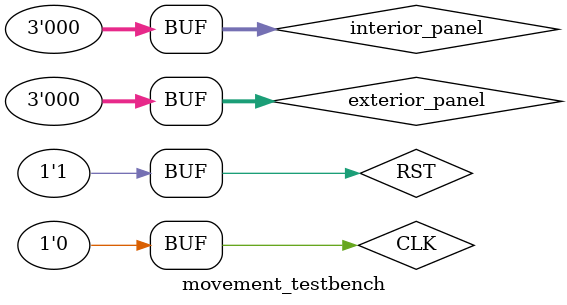
<source format=v>
`timescale 1ns / 1ps

module movement_testbench;
	
	// Inputs
	reg FRQ, RST;	
	reg [2:0] interior_panel, exterior_panel;
				
	// Outputs
	wire [1:0] engine;
	wire [2:0] doors;

	// Instantiate the Unit Under Test (UUT)
	movement uut (
		.engine(engine), 
		.doors(doors), 
		.FRQ(FRQ), 
		.RST(RST), 
		.interior_panel(interior_panel), 
		.exterior_panel(exterior_panel)
	);

	initial
	begin
		RST = 0;
		CLK = 0;
	#15 RST = 1;
		repeat (100)
		#25 CLK = ~CLK;
	end
	
	initial
	begin
		exterior_panel = 0;
		interior_panel = 0;
		#25 interior_panel = 3'b001;
		#10 interior_panel = 0;
		#25 interior_panel = 3'b010;
		#10 interior_panel = 0;
		#25 interior_panel = 3'b001;
		#10 interior_panel = 0;
		#25 interior_panel = 3'b100;
		#10 interior_panel = 0;
		#25 interior_panel = 3'b001;
		#10 interior_panel = 0;
		#25 interior_panel = 3'b010;
		#10 interior_panel = 0;
		#25 interior_panel = 3'b100;
		#10 interior_panel = 0;
	end

endmodule


</source>
